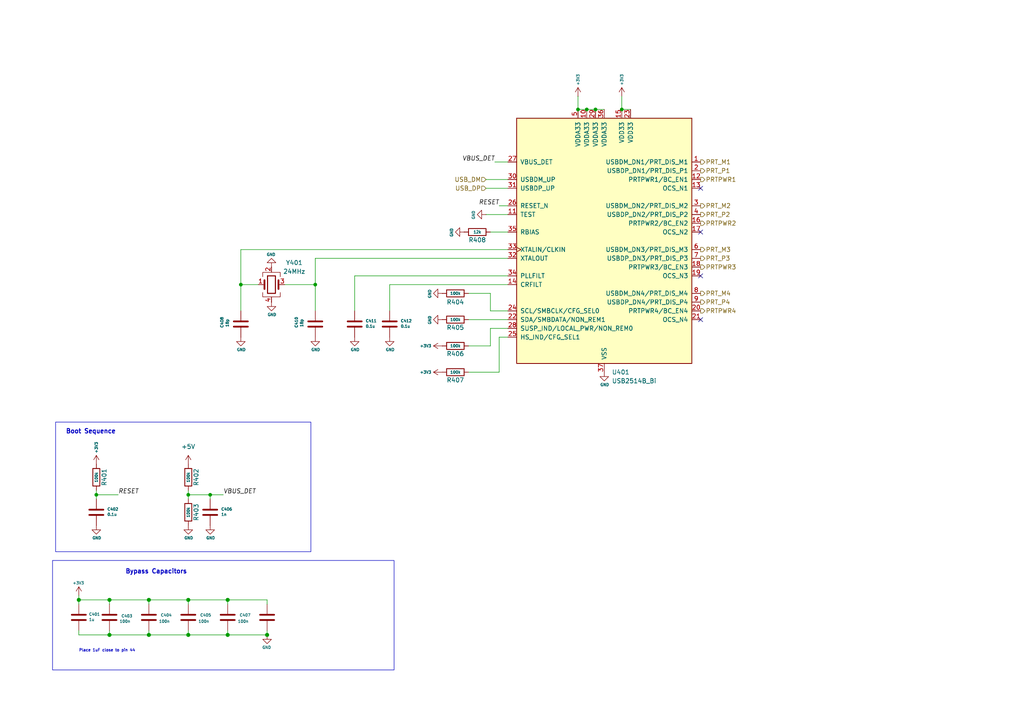
<source format=kicad_sch>
(kicad_sch (version 20231120) (generator "eeschema") (generator_version "8.0")
  (paper "A4")
  (title_block (title "Octoprobe octohub") (date "2024-05-22") (rev "0.1") (company "Hans Märki, Märki Informatik") (comment 1 "The MIT License (MIT)"))
  (lib_symbols
    (symbol "00_project_library:C" (pin_numbers hide) (pin_names (offset 0.254))
      (property "Reference" "C" (at 0.635 2.54 0))
      (property "Value" "C" (at 0.635 -2.54 0))
      (symbol "C_0_1"
        (polyline (pts (xy -2.032 -0.762) (xy 2.032 -0.762)) (stroke (width 0.508)))
        (polyline (pts (xy -2.032 0.762) (xy 2.032 0.762)) (stroke (width 0.508)))
      )
      (symbol "C_1_1"
        (pin passive line (at 0 3.81 270) (length 2.794) (name "~") (number "1"))
        (pin passive line (at 0 -3.81 90) (length 2.794) (name "~") (number "2"))
      )
    )
    (symbol "Device:Crystal_GND24" (pin_names (offset 1.016) hide)
      (property "Reference" "Y" (at 3.175 5.08 0))
      (property "Value" "Crystal_GND24" (at 3.175 3.175 0))
      (symbol "Crystal_GND24_0_1"
        (rectangle (start -1.143 2.54) (end 1.143 -2.54) (stroke (width 0.3048)))
        (polyline (pts (xy -2.54 0) (xy -2.032 0)))
        (polyline (pts (xy -2.032 -1.27) (xy -2.032 1.27)) (stroke (width 0.508)))
        (polyline (pts (xy 0 -3.81) (xy 0 -3.556)))
        (polyline (pts (xy 0 3.556) (xy 0 3.81)))
        (polyline (pts (xy 2.032 -1.27) (xy 2.032 1.27)) (stroke (width 0.508)))
        (polyline (pts (xy 2.032 0) (xy 2.54 0)))
        (polyline (pts (xy -2.54 -2.286) (xy -2.54 -3.556) (xy 2.54 -3.556) (xy 2.54 -2.286)))
        (polyline (pts (xy -2.54 2.286) (xy -2.54 3.556) (xy 2.54 3.556) (xy 2.54 2.286)))
      )
      (symbol "Crystal_GND24_1_1"
        (pin passive line (at -3.81 0 0) (length 1.27) (name "1") (number "1"))
        (pin passive line (at 0 5.08 270) (length 1.27) (name "2") (number "2"))
        (pin passive line (at 3.81 0 180) (length 1.27) (name "3") (number "3"))
        (pin passive line (at 0 -5.08 90) (length 1.27) (name "4") (number "4"))
      )
    )
    (symbol "Device:R" (pin_numbers hide) (pin_names (offset 0))
      (property "Reference" "R" (at 2.032 0 90))
      (property "Value" "R" (at 0 0 90))
      (symbol "R_0_1"
        (rectangle (start -1.016 -2.54) (end 1.016 2.54) (stroke (width 0.254)))
      )
      (symbol "R_1_1"
        (pin passive line (at 0 3.81 270) (length 1.27) (name "~") (number "1"))
        (pin passive line (at 0 -3.81 90) (length 1.27) (name "~") (number "2"))
      )
    )
    (symbol "Interface_USB:USB2514B_Bi" (pin_names (offset 1.016))
      (property "Reference" "U" (at -17.78 40.64 0))
      (property "Value" "USB2514B_Bi" (at -20.32 38.1 0))
      (symbol "USB2514B_Bi_0_1"
        (rectangle (start -25.4 35.56) (end 25.4 -35.56) (stroke (width 0.254)) (fill (type background)))
      )
      (symbol "USB2514B_Bi_1_1"
        (pin bidirectional line (at 27.94 22.86 180) (length 2.54) (name "USBDM_DN1/PRT_DIS_M1") (number "1"))
        (pin power_in line (at -5.08 38.1 270) (length 2.54) (name "VDDA33") (number "10"))
        (pin input line (at -27.94 7.62 0) (length 2.54) (name "TEST") (number "11"))
        (pin bidirectional line (at 27.94 17.78 180) (length 2.54) (name "PRTPWR1/BC_EN1") (number "12"))
        (pin input line (at 27.94 15.24 180) (length 2.54) (name "OCS_N1") (number "13"))
        (pin input line (at -27.94 -12.7 0) (length 2.54) (name "CRFILT") (number "14"))
        (pin power_in line (at 5.08 38.1 270) (length 2.54) (name "VDD33") (number "15"))
        (pin bidirectional line (at 27.94 5.08 180) (length 2.54) (name "PRTPWR2/BC_EN2") (number "16"))
        (pin input line (at 27.94 2.54 180) (length 2.54) (name "OCS_N2") (number "17"))
        (pin bidirectional line (at 27.94 -7.62 180) (length 2.54) (name "PRTPWR3/BC_EN3") (number "18"))
        (pin input line (at 27.94 -10.16 180) (length 2.54) (name "OCS_N3") (number "19"))
        (pin bidirectional line (at 27.94 20.32 180) (length 2.54) (name "USBDP_DN1/PRT_DIS_P1") (number "2"))
        (pin bidirectional line (at 27.94 -20.32 180) (length 2.54) (name "PRTPWR4/BC_EN4") (number "20"))
        (pin input line (at 27.94 -22.86 180) (length 2.54) (name "OCS_N4") (number "21"))
        (pin bidirectional line (at -27.94 -22.86 0) (length 2.54) (name "SDA/SMBDATA/NON_REM1") (number "22"))
        (pin power_in line (at 7.62 38.1 270) (length 2.54) (name "VDD33") (number "23"))
        (pin bidirectional line (at -27.94 -20.32 0) (length 2.54) (name "SCL/SMBCLK/CFG_SEL0") (number "24"))
        (pin bidirectional line (at -27.94 -27.94 0) (length 2.54) (name "HS_IND/CFG_SEL1") (number "25"))
        (pin input line (at -27.94 10.16 0) (length 2.54) (name "RESET_N") (number "26"))
        (pin input line (at -27.94 22.86 0) (length 2.54) (name "VBUS_DET") (number "27"))
        (pin bidirectional line (at -27.94 -25.4 0) (length 2.54) (name "SUSP_IND/LOCAL_PWR/NON_REM0") (number "28"))
        (pin power_in line (at -2.54 38.1 270) (length 2.54) (name "VDDA33") (number "29"))
        (pin bidirectional line (at 27.94 10.16 180) (length 2.54) (name "USBDM_DN2/PRT_DIS_M2") (number "3"))
        (pin bidirectional line (at -27.94 17.78 0) (length 2.54) (name "USBDM_UP") (number "30"))
        (pin bidirectional line (at -27.94 15.24 0) (length 2.54) (name "USBDP_UP") (number "31"))
        (pin output line (at -27.94 -5.08 0) (length 2.54) (name "XTALOUT") (number "32"))
        (pin input clock (at -27.94 -2.54 0) (length 2.54) (name "XTALIN/CLKIN") (number "33"))
        (pin input line (at -27.94 -10.16 0) (length 2.54) (name "PLLFILT") (number "34"))
        (pin input line (at -27.94 2.54 0) (length 2.54) (name "RBIAS") (number "35"))
        (pin power_in line (at 0 38.1 270) (length 2.54) (name "VDDA33") (number "36"))
        (pin power_in line (at 0 -38.1 90) (length 2.54) (name "VSS") (number "37"))
        (pin bidirectional line (at 27.94 7.62 180) (length 2.54) (name "USBDP_DN2/PRT_DIS_P2") (number "4"))
        (pin power_in line (at -7.62 38.1 270) (length 2.54) (name "VDDA33") (number "5"))
        (pin bidirectional line (at 27.94 -2.54 180) (length 2.54) (name "USBDM_DN3/PRT_DIS_M3") (number "6"))
        (pin bidirectional line (at 27.94 -5.08 180) (length 2.54) (name "USBDP_DN3/PRT_DIS_P3") (number "7"))
        (pin bidirectional line (at 27.94 -15.24 180) (length 2.54) (name "USBDM_DN4/PRT_DIS_M4") (number "8"))
        (pin bidirectional line (at 27.94 -17.78 180) (length 2.54) (name "USBDP_DN4/PRT_DIS_P4") (number "9"))
      )
    )
    (symbol "power:+3V3" (power) (pin_numbers hide) (pin_names (offset 0) hide)
      (property "Value" "+3V3" (at 0 3.556 0))
      (symbol "+3V3_0_1"
        (polyline (pts (xy -0.762 1.27) (xy 0 2.54)))
        (polyline (pts (xy 0 0) (xy 0 2.54)))
        (polyline (pts (xy 0 2.54) (xy 0.762 1.27)))
      )
      (symbol "+3V3_1_1"
        (pin power_in line (at 0 0 90) (length 0) (name "~") (number "1"))
      )
    )
    (symbol "power:+5V" (power) (pin_numbers hide) (pin_names (offset 0) hide)
      (property "Value" "+5V" (at 0 3.556 0))
      (symbol "+5V_0_1"
        (polyline (pts (xy -0.762 1.27) (xy 0 2.54)))
        (polyline (pts (xy 0 0) (xy 0 2.54)))
        (polyline (pts (xy 0 2.54) (xy 0.762 1.27)))
      )
      (symbol "+5V_1_1"
        (pin power_in line (at 0 0 90) (length 0) (name "~") (number "1"))
      )
    )
    (symbol "power:GND" (power) (pin_numbers hide) (pin_names (offset 0) hide)
      (property "Value" "GND" (at 0 -3.81 0))
      (symbol "GND_0_1"
        (polyline (pts (xy 0 0) (xy 0 -1.27) (xy 1.27 -1.27) (xy 0 -2.54) (xy -1.27 -1.27) (xy 0 -1.27)))
      )
      (symbol "GND_1_1"
        (pin power_in line (at 0 0 270) (length 0) (name "~") (number "1"))
      )
    )
  )
  (junction (at 77.47 184.15) (diameter 1.016))
  (junction (at 69.85 82.55))
  (junction (at 54.61 173.99) (diameter 1.016))
  (junction (at 91.44 82.55))
  (junction (at 27.94 143.51))
  (junction (at 22.86 173.99) (diameter 1.016))
  (junction (at 43.18 173.99) (diameter 1.016))
  (junction (at 170.18 31.75))
  (junction (at 60.96 143.51))
  (junction (at 66.04 184.15) (diameter 1.016))
  (junction (at 167.64 31.75))
  (junction (at 31.75 173.99) (diameter 1.016))
  (junction (at 66.04 173.99) (diameter 1.016))
  (junction (at 43.18 184.15) (diameter 1.016))
  (junction (at 180.34 31.75))
  (junction (at 172.72 31.75))
  (junction (at 54.61 184.15) (diameter 1.016))
  (junction (at 54.61 143.51))
  (junction (at 31.75 184.15) (diameter 1.016))
  (no_connect (at 203.2 92.71))
  (no_connect (at 203.2 54.61))
  (no_connect (at 203.2 67.31))
  (no_connect (at 203.2 80.01))
  (wire (pts (xy 43.18 175.26) (xy 43.18 173.99)))
  (wire (pts (xy 144.78 107.95) (xy 144.78 97.79)))
  (wire (pts (xy 66.04 184.15) (xy 54.61 184.15)))
  (wire (pts (xy 31.75 175.26) (xy 31.75 173.99)))
  (wire (pts (xy 60.96 143.51) (xy 60.96 144.78)))
  (wire (pts (xy 82.55 82.55) (xy 91.44 82.55)))
  (wire (pts (xy 22.86 182.88) (xy 22.86 184.15)))
  (wire (pts (xy 22.86 173.99) (xy 22.86 175.26)))
  (wire (pts (xy 170.18 31.75) (xy 172.72 31.75)))
  (wire (pts (xy 54.61 175.26) (xy 54.61 173.99)))
  (wire (pts (xy 142.24 85.09) (xy 142.24 90.17)))
  (wire (pts (xy 31.75 182.88) (xy 31.75 184.15)))
  (wire (pts (xy 144.78 97.79) (xy 147.32 97.79)))
  (wire (pts (xy 140.97 54.61) (xy 147.32 54.61)))
  (wire (pts (xy 64.77 143.51) (xy 60.96 143.51)))
  (wire (pts (xy 66.04 173.99) (xy 77.47 173.99)))
  (wire (pts (xy 135.89 92.71) (xy 147.32 92.71)))
  (wire (pts (xy 140.97 52.07) (xy 147.32 52.07)))
  (wire (pts (xy 69.85 72.39) (xy 147.32 72.39)))
  (wire (pts (xy 167.64 27.94) (xy 167.64 31.75)))
  (wire (pts (xy 77.47 182.88) (xy 77.47 184.15)))
  (wire (pts (xy 27.94 143.51) (xy 27.94 144.78)))
  (wire (pts (xy 180.34 27.94) (xy 180.34 31.75)))
  (wire (pts (xy 66.04 175.26) (xy 66.04 173.99)))
  (wire (pts (xy 22.86 184.15) (xy 31.75 184.15)))
  (wire (pts (xy 142.24 95.25) (xy 142.24 100.33)))
  (wire (pts (xy 102.87 80.01) (xy 147.32 80.01)))
  (wire (pts (xy 144.78 107.95) (xy 135.89 107.95)))
  (wire (pts (xy 91.44 74.93) (xy 147.32 74.93)))
  (wire (pts (xy 74.93 82.55) (xy 69.85 82.55)))
  (wire (pts (xy 31.75 173.99) (xy 43.18 173.99)))
  (wire (pts (xy 54.61 143.51) (xy 60.96 143.51)))
  (wire (pts (xy 142.24 100.33) (xy 135.89 100.33)))
  (wire (pts (xy 180.34 31.75) (xy 182.88 31.75)))
  (wire (pts (xy 172.72 31.75) (xy 175.26 31.75)))
  (wire (pts (xy 142.24 67.31) (xy 147.32 67.31)))
  (wire (pts (xy 102.87 80.01) (xy 102.87 90.17)))
  (wire (pts (xy 113.03 82.55) (xy 113.03 90.17)))
  (wire (pts (xy 167.64 31.75) (xy 170.18 31.75)))
  (wire (pts (xy 69.85 72.39) (xy 69.85 82.55)))
  (wire (pts (xy 135.89 85.09) (xy 142.24 85.09)))
  (wire (pts (xy 54.61 184.15) (xy 43.18 184.15)))
  (wire (pts (xy 140.97 62.23) (xy 147.32 62.23)))
  (wire (pts (xy 27.94 142.24) (xy 27.94 143.51)))
  (wire (pts (xy 43.18 173.99) (xy 54.61 173.99)))
  (wire (pts (xy 69.85 90.17) (xy 69.85 82.55)))
  (wire (pts (xy 77.47 184.15) (xy 66.04 184.15)))
  (wire (pts (xy 144.78 59.69) (xy 147.32 59.69)))
  (wire (pts (xy 22.86 173.99) (xy 31.75 173.99)))
  (wire (pts (xy 91.44 90.17) (xy 91.44 82.55)))
  (wire (pts (xy 27.94 143.51) (xy 34.29 143.51)))
  (wire (pts (xy 22.86 172.72) (xy 22.86 173.99)))
  (wire (pts (xy 77.47 175.26) (xy 77.47 173.99)))
  (wire (pts (xy 91.44 74.93) (xy 91.44 82.55)))
  (wire (pts (xy 43.18 184.15) (xy 31.75 184.15)))
  (wire (pts (xy 54.61 182.88) (xy 54.61 184.15)))
  (wire (pts (xy 143.51 46.99) (xy 147.32 46.99)))
  (wire (pts (xy 66.04 182.88) (xy 66.04 184.15)))
  (wire (pts (xy 54.61 173.99) (xy 66.04 173.99)))
  (wire (pts (xy 54.61 142.24) (xy 54.61 143.51)))
  (wire (pts (xy 54.61 143.51) (xy 54.61 144.78)))
  (wire (pts (xy 113.03 82.55) (xy 147.32 82.55)))
  (wire (pts (xy 43.18 182.88) (xy 43.18 184.15)))
  (wire (pts (xy 142.24 95.25) (xy 147.32 95.25)))
  (wire (pts (xy 142.24 90.17) (xy 147.32 90.17)))
  (rectangle (start 15.24 162.56) (end 114.3 194.31))
  (rectangle (start 16.129 122.428) (end 90.17 160.02))
  (text "Place 1uF close to pin 44" (at 22.86 189.23 0) (effects (font (size 0.8 0.8)) (justify left bottom)))
  (text "Bypass Capacitors" (at 36.322 166.624 0) (effects (font (size 1.27 1.27) (thickness 0.254) (bold yes)) (justify left bottom)))
  (text "Boot Sequence" (at 19.05 125.984 0) (effects (font (size 1.27 1.27) (thickness 0.254) (bold yes)) (justify left bottom)))
  (label "VBUS_DET" (at 64.77 143.51 0) (effects (font (italic yes))))
  (label "RESET" (at 144.78 59.69 180) (effects (font (italic yes))))
  (label "VBUS_DET" (at 143.51 46.99 180) (effects (font (italic yes))))
  (label "RESET" (at 34.29 143.51 0) (effects (font (italic yes))))
  (hierarchical_label "PRT_M1" (shape output) (at 203.2 46.99 0))
  (hierarchical_label "USB_DP" (shape input) (at 140.97 54.61 180))
  (hierarchical_label "PRT_M4" (shape output) (at 203.2 85.09 0))
  (hierarchical_label "USB_DM" (shape input) (at 140.97 52.07 180))
  (hierarchical_label "PRTPWR1" (shape output) (at 203.2 52.07 0))
  (hierarchical_label "PRTPWR3" (shape output) (at 203.2 77.47 0))
  (hierarchical_label "PRT_P2" (shape output) (at 203.2 62.23 0))
  (hierarchical_label "PRT_P1" (shape output) (at 203.2 49.53 0))
  (hierarchical_label "PRT_P3" (shape output) (at 203.2 74.93 0))
  (hierarchical_label "PRTPWR4" (shape output) (at 203.2 90.17 0))
  (hierarchical_label "PRT_M2" (shape output) (at 203.2 59.69 0))
  (hierarchical_label "PRT_P4" (shape output) (at 203.2 87.63 0))
  (hierarchical_label "PRTPWR2" (shape output) (at 203.2 64.77 0))
  (hierarchical_label "PRT_M3" (shape output) (at 203.2 72.39 0))
  (symbol (lib_id "power:GND") (at 78.74 77.47 180) (unit 1)
    (property "Reference" "#PWR0409" (effects (hide yes)))
    (property "Value" "GND" (at 78.613 73.8378 0) (effects (font (size 0.8 0.8))))
    (property "Description" "Power symbol creates a global label with name \"GND\" , ground" (effects (hide yes)))
    (instances (project "pcb_octohub" (path "" (reference "#PWR0409") (unit 1)) (path "" (reference "#PWR0209") (unit 1)) (path "" (reference "#PWR01009") (unit 1)) (path "" (reference "#PWR01609") (unit 1)) (path "" (reference "#PWR02209") (unit 1))))
  )
  (symbol (lib_id "power:GND") (at 77.47 184.15 0) (unit 1)
    (property "Reference" "#PWR0408" (effects (hide yes)))
    (property "Value" "GND" (at 77.343 187.7822 0) (effects (font (size 0.8 0.8))))
    (property "Description" "Power symbol creates a global label with name \"GND\" , ground" (effects (hide yes)))
    (instances (project "pcb_octohub" (path "" (reference "#PWR0408") (unit 1)) (path "" (reference "#PWR0208") (unit 1)) (path "" (reference "#PWR01008") (unit 1)) (path "" (reference "#PWR01608") (unit 1)) (path "" (reference "#PWR02208") (unit 1))))
  )
  (symbol (lib_id "00_project_library:C") (at 22.86 179.07 0) (unit 1)
    (property "Reference" "C401" (at 25.781 178.1556 0) (effects (font (size 0.8 0.8)) (justify left)))
    (property "Value" "1u" (at 25.781 179.705 0) (effects (font (size 0.8 0.8)) (justify left)))
    (property "Footprint" "Capacitor_SMD:C_0402_1005Metric_Pad0.74x0.62mm_HandSolder" (effects (hide yes)))
    (instances (project "pcb_octohub" (path "" (reference "C401") (unit 1)) (path "" (reference "C201") (unit 1)) (path "" (reference "C1001") (unit 1)) (path "" (reference "C1601") (unit 1)) (path "" (reference "C2201") (unit 1))))
  )
  (symbol (lib_id "00_project_library:C") (at 60.96 148.59 0) (unit 1)
    (property "Reference" "C406" (at 64.135 147.6756 0) (effects (font (size 0.8 0.8)) (justify left)))
    (property "Value" "1n" (at 64.135 149.225 0) (effects (font (size 0.8 0.8)) (justify left)))
    (property "Footprint" "Capacitor_SMD:C_0603_1608Metric" (effects (hide yes)))
    (instances (project "pcb_octohub" (path "" (reference "C406") (unit 1)) (path "" (reference "C206") (unit 1)) (path "" (reference "C1006") (unit 1)) (path "" (reference "C1606") (unit 1)) (path "" (reference "C2206") (unit 1))))
  )
  (symbol (lib_id "power:+3V3") (at 27.94 134.62 0) (unit 1)
    (property "Reference" "#PWR0402" (effects (hide yes)))
    (property "Value" "+3V3" (at 27.94 129.794 90) (effects (font (size 0.8 0.8))))
    (property "Description" "Power symbol creates a global label with name \"+3V3\"" (effects (hide yes)))
    (instances (project "pcb_octohub" (path "" (reference "#PWR0402") (unit 1)) (path "" (reference "#PWR0202") (unit 1)) (path "" (reference "#PWR01002") (unit 1)) (path "" (reference "#PWR01602") (unit 1)) (path "" (reference "#PWR02202") (unit 1))))
  )
  (symbol (lib_id "Device:Crystal_GND24") (at 78.74 82.55 0) (unit 1)
    (property "Reference" "Y401" (at 85.344 76.2 0))
    (property "Value" "24MHz" (at 85.344 78.74 0))
    (property "Footprint" "Crystal:Crystal_SMD_3225-4Pin_3.2x2.5mm" (effects (hide yes)))
    (property "Datasheet" "https://wmsc.lcsc.com/wmsc/upload/file/pdf/v2/lcsc/2403291504_YXC-X322524MOB4SI_C70590.pdf" (effects (hide yes)))
    (property "Description" "Four pin crystal, GND on pins 2 and 4" (effects (hide yes)))
    (property "JLC" "C70590" (effects (hide yes)))
    (instances (project "pcb_octohub" (path "" (reference "Y401") (unit 1)) (path "" (reference "Y201") (unit 1)) (path "" (reference "Y1001") (unit 1)) (path "" (reference "Y1601") (unit 1)) (path "" (reference "Y2201") (unit 1))))
  )
  (symbol (lib_id "Interface_USB:USB2514B_Bi") (at 175.26 69.85 0) (unit 1)
    (property "Reference" "U401" (at 177.4541 107.95 0) (effects (justify left)))
    (property "Value" "USB2514B_Bi" (at 177.4541 110.49 0) (effects (justify left)))
    (property "Footprint" "Package_DFN_QFN:Texas_RHH0036C_VQFN-36-1EP_6x6mm_P0.5mm_EP4.4x4.4mm_ThermalVias" (effects (hide yes)))
    (property "Datasheet" "http://ww1.microchip.com/downloads/en/DeviceDoc/00001692C.pdf" (effects (hide yes)))
    (property "Description" "USB 2.0 Hi-Speed Hub Controller" (effects (hide yes)))
    (property "JLC" "C16251" (effects (hide yes)))
    (instances (project "pcb_octohub" (path "" (reference "U401") (unit 1)) (path "" (reference "U201") (unit 1)) (path "" (reference "U1001") (unit 1)) (path "" (reference "U1601") (unit 1)) (path "" (reference "U2201") (unit 1))))
  )
  (symbol (lib_id "Device:R") (at 54.61 138.43 180) (unit 1)
    (property "Reference" "R402" (at 56.896 138.43 90))
    (property "Value" "100k" (at 54.61 138.43 90) (effects (font (size 0.8 0.8))))
    (property "Footprint" "Resistor_SMD:R_0402_1005Metric_Pad0.72x0.64mm_HandSolder" (effects (hide yes)))
    (instances (project "pcb_octohub" (path "" (reference "R402") (unit 1)) (path "" (reference "R202") (unit 1)) (path "" (reference "R1002") (unit 1)) (path "" (reference "R1602") (unit 1)) (path "" (reference "R2202") (unit 1))))
  )
  (symbol (lib_id "00_project_library:C") (at 54.61 179.07 0) (unit 1)
    (property "Reference" "C405" (at 58.039 178.4096 0) (effects (font (size 0.8 0.8)) (justify left)))
    (property "Value" "100n" (at 57.531 180.213 0) (effects (font (size 0.8 0.8)) (justify left)))
    (property "Footprint" "Capacitor_SMD:C_0402_1005Metric_Pad0.74x0.62mm_HandSolder" (effects (hide yes)))
    (instances (project "pcb_octohub" (path "" (reference "C405") (unit 1)) (path "" (reference "C205") (unit 1)) (path "" (reference "C1005") (unit 1)) (path "" (reference "C1605") (unit 1)) (path "" (reference "C2205") (unit 1))))
  )
  (symbol (lib_id "power:GND") (at 128.27 85.09 270) (unit 1)
    (property "Reference" "#PWR0414" (effects (hide yes)))
    (property "Value" "GND" (at 124.6378 85.217 0) (effects (font (size 0.8 0.8))))
    (property "Description" "Power symbol creates a global label with name \"GND\" , ground" (effects (hide yes)))
    (instances (project "pcb_octohub" (path "" (reference "#PWR0414") (unit 1)) (path "" (reference "#PWR0214") (unit 1)) (path "" (reference "#PWR01014") (unit 1)) (path "" (reference "#PWR01614") (unit 1)) (path "" (reference "#PWR02214") (unit 1))))
  )
  (symbol (lib_id "power:GND") (at 27.94 152.4 0) (unit 1)
    (property "Reference" "#PWR0403" (effects (hide yes)))
    (property "Value" "GND" (at 28.067 156.0322 0) (effects (font (size 0.8 0.8))))
    (property "Description" "Power symbol creates a global label with name \"GND\" , ground" (effects (hide yes)))
    (instances (project "pcb_octohub" (path "" (reference "#PWR0403") (unit 1)) (path "" (reference "#PWR0203") (unit 1)) (path "" (reference "#PWR01003") (unit 1)) (path "" (reference "#PWR01603") (unit 1)) (path "" (reference "#PWR02203") (unit 1))))
  )
  (symbol (lib_id "power:GND") (at 69.85 97.79 0) (unit 1)
    (property "Reference" "#PWR0407" (effects (hide yes)))
    (property "Value" "GND" (at 69.977 101.4222 0) (effects (font (size 0.8 0.8))))
    (property "Description" "Power symbol creates a global label with name \"GND\" , ground" (effects (hide yes)))
    (instances (project "pcb_octohub" (path "" (reference "#PWR0407") (unit 1)) (path "" (reference "#PWR0207") (unit 1)) (path "" (reference "#PWR01007") (unit 1)) (path "" (reference "#PWR01607") (unit 1)) (path "" (reference "#PWR02207") (unit 1))))
  )
  (symbol (lib_id "power:+3V3") (at 128.27 107.95 90) (unit 1)
    (property "Reference" "#PWR0417" (effects (hide yes)))
    (property "Value" "+3V3" (at 123.444 107.95 90) (effects (font (size 0.8 0.8))))
    (property "Description" "Power symbol creates a global label with name \"+3V3\"" (effects (hide yes)))
    (instances (project "pcb_octohub" (path "" (reference "#PWR0417") (unit 1)) (path "" (reference "#PWR0217") (unit 1)) (path "" (reference "#PWR01017") (unit 1)) (path "" (reference "#PWR01617") (unit 1)) (path "" (reference "#PWR02217") (unit 1))))
  )
  (symbol (lib_id "Device:R") (at 132.08 107.95 90) (unit 1)
    (property "Reference" "R407" (at 132.08 110.236 90))
    (property "Value" "100k" (at 132.08 107.95 90) (effects (font (size 0.8 0.8))))
    (property "Footprint" "Resistor_SMD:R_0402_1005Metric_Pad0.72x0.64mm_HandSolder" (effects (hide yes)))
    (instances (project "pcb_octohub" (path "" (reference "R407") (unit 1)) (path "" (reference "R207") (unit 1)) (path "" (reference "R1007") (unit 1)) (path "" (reference "R1607") (unit 1)) (path "" (reference "R2207") (unit 1))))
  )
  (symbol (lib_id "00_project_library:C") (at 66.04 179.07 0) (unit 1)
    (property "Reference" "C407" (at 69.469 178.4096 0) (effects (font (size 0.8 0.8)) (justify left)))
    (property "Value" "100n" (at 68.961 180.213 0) (effects (font (size 0.8 0.8)) (justify left)))
    (property "Footprint" "Capacitor_SMD:C_0402_1005Metric_Pad0.74x0.62mm_HandSolder" (effects (hide yes)))
    (instances (project "pcb_octohub" (path "" (reference "C407") (unit 1)) (path "" (reference "C207") (unit 1)) (path "" (reference "C1007") (unit 1)) (path "" (reference "C1607") (unit 1)) (path "" (reference "C2207") (unit 1))))
  )
  (symbol (lib_id "00_project_library:C") (at 27.94 148.59 0) (unit 1)
    (property "Reference" "C402" (at 31.115 147.6756 0) (effects (font (size 0.8 0.8)) (justify left)))
    (property "Value" "0.1u" (at 31.115 149.225 0) (effects (font (size 0.8 0.8)) (justify left)))
    (property "Footprint" "Capacitor_SMD:C_0603_1608Metric" (effects (hide yes)))
    (instances (project "pcb_octohub" (path "" (reference "C402") (unit 1)) (path "" (reference "C202") (unit 1)) (path "" (reference "C1002") (unit 1)) (path "" (reference "C1602") (unit 1)) (path "" (reference "C2202") (unit 1))))
  )
  (symbol (lib_id "Device:R") (at 54.61 148.59 180) (unit 1)
    (property "Reference" "R403" (at 56.896 148.59 90))
    (property "Value" "100k" (at 54.61 148.59 90) (effects (font (size 0.8 0.8))))
    (property "Footprint" "Resistor_SMD:R_0402_1005Metric_Pad0.72x0.64mm_HandSolder" (effects (hide yes)))
    (instances (project "pcb_octohub" (path "" (reference "R403") (unit 1)) (path "" (reference "R203") (unit 1)) (path "" (reference "R1003") (unit 1)) (path "" (reference "R1603") (unit 1)) (path "" (reference "R2203") (unit 1))))
  )
  (symbol (lib_id "power:+3V3") (at 22.86 172.72 0) (unit 1)
    (property "Reference" "#PWR0401" (effects (hide yes)))
    (property "Value" "+3V3" (at 22.733 169.0878 0) (effects (font (size 0.8 0.8))))
    (property "Description" "Power symbol creates a global label with name \"+3V3\"" (effects (hide yes)))
    (instances (project "pcb_octohub" (path "" (reference "#PWR0401") (unit 1)) (path "" (reference "#PWR0201") (unit 1)) (path "" (reference "#PWR01001") (unit 1)) (path "" (reference "#PWR01601") (unit 1)) (path "" (reference "#PWR02201") (unit 1))))
  )
  (symbol (lib_id "Device:R") (at 132.08 85.09 90) (unit 1)
    (property "Reference" "R404" (at 132.08 87.63 90))
    (property "Value" "100k" (at 132.08 85.09 90) (effects (font (size 0.8 0.8))))
    (property "Footprint" "Resistor_SMD:R_0402_1005Metric_Pad0.72x0.64mm_HandSolder" (effects (hide yes)))
    (instances (project "pcb_octohub" (path "" (reference "R404") (unit 1)) (path "" (reference "R204") (unit 1)) (path "" (reference "R1004") (unit 1)) (path "" (reference "R1604") (unit 1)) (path "" (reference "R2204") (unit 1))))
  )
  (symbol (lib_id "power:GND") (at 140.97 62.23 270) (unit 1)
    (property "Reference" "#PWR0419" (effects (hide yes)))
    (property "Value" "GND" (at 137.3378 62.357 0) (effects (font (size 0.8 0.8))))
    (property "Description" "Power symbol creates a global label with name \"GND\" , ground" (effects (hide yes)))
    (instances (project "pcb_octohub" (path "" (reference "#PWR0419") (unit 1)) (path "" (reference "#PWR0219") (unit 1)) (path "" (reference "#PWR01019") (unit 1)) (path "" (reference "#PWR01619") (unit 1)) (path "" (reference "#PWR02219") (unit 1))))
  )
  (symbol (lib_id "Device:R") (at 132.08 100.33 90) (unit 1)
    (property "Reference" "R406" (at 132.08 102.616 90))
    (property "Value" "100k" (at 132.08 100.33 90) (effects (font (size 0.8 0.8))))
    (property "Footprint" "Resistor_SMD:R_0402_1005Metric_Pad0.72x0.64mm_HandSolder" (effects (hide yes)))
    (instances (project "pcb_octohub" (path "" (reference "R406") (unit 1)) (path "" (reference "R206") (unit 1)) (path "" (reference "R1006") (unit 1)) (path "" (reference "R1606") (unit 1)) (path "" (reference "R2206") (unit 1))))
  )
  (symbol (lib_id "power:GND") (at 175.26 107.95 0) (unit 1)
    (property "Reference" "#PWR0421" (effects (hide yes)))
    (property "Value" "GND" (at 175.387 111.5822 0) (effects (font (size 0.8 0.8))))
    (property "Description" "Power symbol creates a global label with name \"GND\" , ground" (effects (hide yes)))
    (instances (project "pcb_octohub" (path "" (reference "#PWR0421") (unit 1)) (path "" (reference "#PWR0221") (unit 1)) (path "" (reference "#PWR01021") (unit 1)) (path "" (reference "#PWR01621") (unit 1)) (path "" (reference "#PWR02221") (unit 1))))
  )
  (symbol (lib_id "00_project_library:C") (at 31.75 179.07 0) (unit 1)
    (property "Reference" "C403" (at 35.179 178.6636 0) (effects (font (size 0.8 0.8)) (justify left)))
    (property "Value" "100n" (at 34.671 180.213 0) (effects (font (size 0.8 0.8)) (justify left)))
    (property "Footprint" "Capacitor_SMD:C_0402_1005Metric_Pad0.74x0.62mm_HandSolder" (effects (hide yes)))
    (instances (project "pcb_octohub" (path "" (reference "C403") (unit 1)) (path "" (reference "C203") (unit 1)) (path "" (reference "C1003") (unit 1)) (path "" (reference "C1603") (unit 1)) (path "" (reference "C2203") (unit 1))))
  )
  (symbol (lib_id "power:GND") (at 113.03 97.79 0) (unit 1)
    (property "Reference" "#PWR0413" (effects (hide yes)))
    (property "Value" "GND" (at 113.157 101.4222 0) (effects (font (size 0.8 0.8))))
    (property "Description" "Power symbol creates a global label with name \"GND\" , ground" (effects (hide yes)))
    (instances (project "pcb_octohub" (path "" (reference "#PWR0413") (unit 1)) (path "" (reference "#PWR0213") (unit 1)) (path "" (reference "#PWR01013") (unit 1)) (path "" (reference "#PWR01613") (unit 1)) (path "" (reference "#PWR02213") (unit 1))))
  )
  (symbol (lib_id "00_project_library:C") (at 77.47 179.07 0) (unit 1)
    (property "Reference" "C409" (effects (hide yes)))
    (property "Value" "100n" (effects (hide yes)))
    (property "Footprint" "Capacitor_SMD:C_0402_1005Metric_Pad0.74x0.62mm_HandSolder" (effects (hide yes)))
    (instances (project "pcb_octohub" (path "" (reference "C409") (unit 1)) (path "" (reference "C209") (unit 1)) (path "" (reference "C1009") (unit 1)) (path "" (reference "C1609") (unit 1)) (path "" (reference "C2209") (unit 1))))
  )
  (symbol (lib_id "power:GND") (at 91.44 97.79 0) (unit 1)
    (property "Reference" "#PWR0411" (effects (hide yes)))
    (property "Value" "GND" (at 91.567 101.4222 0) (effects (font (size 0.8 0.8))))
    (property "Description" "Power symbol creates a global label with name \"GND\" , ground" (effects (hide yes)))
    (instances (project "pcb_octohub" (path "" (reference "#PWR0411") (unit 1)) (path "" (reference "#PWR0211") (unit 1)) (path "" (reference "#PWR01011") (unit 1)) (path "" (reference "#PWR01611") (unit 1)) (path "" (reference "#PWR02211") (unit 1))))
  )
  (symbol (lib_id "power:GND") (at 60.96 152.4 0) (unit 1)
    (property "Reference" "#PWR0406" (effects (hide yes)))
    (property "Value" "GND" (at 61.087 156.0322 0) (effects (font (size 0.8 0.8))))
    (property "Description" "Power symbol creates a global label with name \"GND\" , ground" (effects (hide yes)))
    (instances (project "pcb_octohub" (path "" (reference "#PWR0406") (unit 1)) (path "" (reference "#PWR0206") (unit 1)) (path "" (reference "#PWR01006") (unit 1)) (path "" (reference "#PWR01606") (unit 1)) (path "" (reference "#PWR02206") (unit 1))))
  )
  (symbol (lib_id "Device:R") (at 132.08 92.71 90) (unit 1)
    (property "Reference" "R405" (at 132.08 94.996 90))
    (property "Value" "100k" (at 132.08 92.71 90) (effects (font (size 0.8 0.8))))
    (property "Footprint" "Resistor_SMD:R_0402_1005Metric_Pad0.72x0.64mm_HandSolder" (effects (hide yes)))
    (instances (project "pcb_octohub" (path "" (reference "R405") (unit 1)) (path "" (reference "R205") (unit 1)) (path "" (reference "R1005") (unit 1)) (path "" (reference "R1605") (unit 1)) (path "" (reference "R2205") (unit 1))))
  )
  (symbol (lib_id "00_project_library:C") (at 43.18 179.07 0) (unit 1)
    (property "Reference" "C404" (at 46.609 178.4096 0) (effects (font (size 0.8 0.8)) (justify left)))
    (property "Value" "100n" (at 46.101 180.213 0) (effects (font (size 0.8 0.8)) (justify left)))
    (property "Footprint" "Capacitor_SMD:C_0402_1005Metric_Pad0.74x0.62mm_HandSolder" (effects (hide yes)))
    (instances (project "pcb_octohub" (path "" (reference "C404") (unit 1)) (path "" (reference "C204") (unit 1)) (path "" (reference "C1004") (unit 1)) (path "" (reference "C1604") (unit 1)) (path "" (reference "C2204") (unit 1))))
  )
  (symbol (lib_id "00_project_library:C") (at 102.87 93.98 0) (unit 1)
    (property "Reference" "C411" (at 106.045 93.0656 0) (effects (font (size 0.8 0.8)) (justify left)))
    (property "Value" "0.1u" (at 106.045 94.615 0) (effects (font (size 0.8 0.8)) (justify left)))
    (property "Footprint" "Capacitor_SMD:C_0603_1608Metric" (effects (hide yes)))
    (instances (project "pcb_octohub" (path "" (reference "C411") (unit 1)) (path "" (reference "C211") (unit 1)) (path "" (reference "C1011") (unit 1)) (path "" (reference "C1611") (unit 1)) (path "" (reference "C2211") (unit 1))))
  )
  (symbol (lib_id "power:GND") (at 54.61 152.4 0) (unit 1)
    (property "Reference" "#PWR0405" (effects (hide yes)))
    (property "Value" "GND" (at 54.737 156.0322 0) (effects (font (size 0.8 0.8))))
    (property "Description" "Power symbol creates a global label with name \"GND\" , ground" (effects (hide yes)))
    (instances (project "pcb_octohub" (path "" (reference "#PWR0405") (unit 1)) (path "" (reference "#PWR0205") (unit 1)) (path "" (reference "#PWR01005") (unit 1)) (path "" (reference "#PWR01605") (unit 1)) (path "" (reference "#PWR02205") (unit 1))))
  )
  (symbol (lib_id "power:GND") (at 78.74 87.63 0) (unit 1)
    (property "Reference" "#PWR0410" (effects (hide yes)))
    (property "Value" "GND" (at 78.867 91.2622 0) (effects (font (size 0.8 0.8))))
    (property "Description" "Power symbol creates a global label with name \"GND\" , ground" (effects (hide yes)))
    (instances (project "pcb_octohub" (path "" (reference "#PWR0410") (unit 1)) (path "" (reference "#PWR0210") (unit 1)) (path "" (reference "#PWR01010") (unit 1)) (path "" (reference "#PWR01610") (unit 1)) (path "" (reference "#PWR02210") (unit 1))))
  )
  (symbol (lib_id "power:+3V3") (at 167.64 27.94 0) (unit 1)
    (property "Reference" "#PWR0420" (effects (hide yes)))
    (property "Value" "+3V3" (at 167.64 23.114 90) (effects (font (size 0.8 0.8))))
    (property "Description" "Power symbol creates a global label with name \"+3V3\"" (effects (hide yes)))
    (instances (project "pcb_octohub" (path "" (reference "#PWR0420") (unit 1)) (path "" (reference "#PWR0220") (unit 1)) (path "" (reference "#PWR01020") (unit 1)) (path "" (reference "#PWR01620") (unit 1)) (path "" (reference "#PWR02220") (unit 1))))
  )
  (symbol (lib_id "00_project_library:C") (at 91.44 93.98 0) (unit 1)
    (property "Reference" "C410" (at 85.979 95.0976 90) (effects (font (size 0.8 0.8)) (justify left)))
    (property "Value" "18p" (at 87.503 94.869 90) (effects (font (size 0.8 0.8)) (justify left)))
    (property "Footprint" "Capacitor_SMD:C_0805_2012Metric" (effects (hide yes)))
    (property "Datasheet" "https://wmsc.lcsc.com/wmsc/upload/file/pdf/v2/lcsc/2304140030_FH--Guangdong-Fenghua-Advanced-Tech-0805CG180J500NT_C1797.pdf" (effects (hide yes)))
    (property "JLC" "C1797" (effects (hide yes)))
    (instances (project "pcb_octohub" (path "" (reference "C410") (unit 1)) (path "" (reference "C210") (unit 1)) (path "" (reference "C1010") (unit 1)) (path "" (reference "C1610") (unit 1)) (path "" (reference "C2210") (unit 1))))
  )
  (symbol (lib_id "power:GND") (at 102.87 97.79 0) (unit 1)
    (property "Reference" "#PWR0412" (effects (hide yes)))
    (property "Value" "GND" (at 102.997 101.4222 0) (effects (font (size 0.8 0.8))))
    (property "Description" "Power symbol creates a global label with name \"GND\" , ground" (effects (hide yes)))
    (instances (project "pcb_octohub" (path "" (reference "#PWR0412") (unit 1)) (path "" (reference "#PWR0212") (unit 1)) (path "" (reference "#PWR01012") (unit 1)) (path "" (reference "#PWR01612") (unit 1)) (path "" (reference "#PWR02212") (unit 1))))
  )
  (symbol (lib_id "power:GND") (at 128.27 92.71 270) (unit 1)
    (property "Reference" "#PWR0415" (effects (hide yes)))
    (property "Value" "GND" (at 124.6378 92.837 0) (effects (font (size 0.8 0.8))))
    (property "Description" "Power symbol creates a global label with name \"GND\" , ground" (effects (hide yes)))
    (instances (project "pcb_octohub" (path "" (reference "#PWR0415") (unit 1)) (path "" (reference "#PWR0215") (unit 1)) (path "" (reference "#PWR01015") (unit 1)) (path "" (reference "#PWR01615") (unit 1)) (path "" (reference "#PWR02215") (unit 1))))
  )
  (symbol (lib_id "power:+3V3") (at 128.27 100.33 90) (unit 1)
    (property "Reference" "#PWR0416" (effects (hide yes)))
    (property "Value" "+3V3" (at 123.444 100.33 90) (effects (font (size 0.8 0.8))))
    (property "Description" "Power symbol creates a global label with name \"+3V3\"" (effects (hide yes)))
    (instances (project "pcb_octohub" (path "" (reference "#PWR0416") (unit 1)) (path "" (reference "#PWR0216") (unit 1)) (path "" (reference "#PWR01016") (unit 1)) (path "" (reference "#PWR01616") (unit 1)) (path "" (reference "#PWR02216") (unit 1))))
  )
  (symbol (lib_id "00_project_library:C") (at 69.85 93.98 0) (unit 1)
    (property "Reference" "C408" (at 64.389 95.0976 90) (effects (font (size 0.8 0.8)) (justify left)))
    (property "Value" "18p" (at 65.913 94.869 90) (effects (font (size 0.8 0.8)) (justify left)))
    (property "Footprint" "Capacitor_SMD:C_0805_2012Metric" (effects (hide yes)))
    (property "Datasheet" "https://wmsc.lcsc.com/wmsc/upload/file/pdf/v2/lcsc/2304140030_FH--Guangdong-Fenghua-Advanced-Tech-0805CG180J500NT_C1797.pdf" (effects (hide yes)))
    (property "JLC" "C1797" (effects (hide yes)))
    (instances (project "pcb_octohub" (path "" (reference "C408") (unit 1)) (path "" (reference "C208") (unit 1)) (path "" (reference "C1008") (unit 1)) (path "" (reference "C1608") (unit 1)) (path "" (reference "C2208") (unit 1))))
  )
  (symbol (lib_id "power:+3V3") (at 180.34 27.94 0) (unit 1)
    (property "Reference" "#PWR0422" (effects (hide yes)))
    (property "Value" "+3V3" (at 180.34 23.114 90) (effects (font (size 0.8 0.8))))
    (property "Description" "Power symbol creates a global label with name \"+3V3\"" (effects (hide yes)))
    (instances (project "pcb_octohub" (path "" (reference "#PWR0422") (unit 1)) (path "" (reference "#PWR0222") (unit 1)) (path "" (reference "#PWR01022") (unit 1)) (path "" (reference "#PWR01622") (unit 1)) (path "" (reference "#PWR02222") (unit 1))))
  )
  (symbol (lib_id "power:+5V") (at 54.61 134.62 0) (unit 1)
    (property "Reference" "#PWR0404" (effects (hide yes)))
    (property "Value" "+5V" (at 54.61 129.54 0))
    (property "Description" "Power symbol creates a global label with name \"+5V\"" (effects (hide yes)))
    (instances (project "pcb_octohub" (path "" (reference "#PWR0404") (unit 1)) (path "" (reference "#PWR0204") (unit 1)) (path "" (reference "#PWR01004") (unit 1)) (path "" (reference "#PWR01604") (unit 1)) (path "" (reference "#PWR02204") (unit 1))))
  )
  (symbol (lib_id "00_project_library:C") (at 113.03 93.98 0) (unit 1)
    (property "Reference" "C412" (at 116.205 93.0656 0) (effects (font (size 0.8 0.8)) (justify left)))
    (property "Value" "0.1u" (at 116.205 94.615 0) (effects (font (size 0.8 0.8)) (justify left)))
    (property "Footprint" "Capacitor_SMD:C_0603_1608Metric" (effects (hide yes)))
    (instances (project "pcb_octohub" (path "" (reference "C412") (unit 1)) (path "" (reference "C212") (unit 1)) (path "" (reference "C1012") (unit 1)) (path "" (reference "C1612") (unit 1)) (path "" (reference "C2212") (unit 1))))
  )
  (symbol (lib_id "Device:R") (at 138.43 67.31 90) (unit 1)
    (property "Reference" "R408" (at 138.43 69.596 90))
    (property "Value" "12k" (at 138.43 67.31 90) (effects (font (size 0.8 0.8))))
    (property "Footprint" "Resistor_SMD:R_0402_1005Metric_Pad0.72x0.64mm_HandSolder" (effects (hide yes)))
    (instances (project "pcb_octohub" (path "" (reference "R408") (unit 1)) (path "" (reference "R208") (unit 1)) (path "" (reference "R1008") (unit 1)) (path "" (reference "R1608") (unit 1)) (path "" (reference "R2208") (unit 1))))
  )
  (symbol (lib_id "power:GND") (at 134.62 67.31 270) (unit 1)
    (property "Reference" "#PWR0418" (effects (hide yes)))
    (property "Value" "GND" (at 130.9878 67.437 0) (effects (font (size 0.8 0.8))))
    (property "Description" "Power symbol creates a global label with name \"GND\" , ground" (effects (hide yes)))
    (instances (project "pcb_octohub" (path "" (reference "#PWR0418") (unit 1)) (path "" (reference "#PWR0218") (unit 1)) (path "" (reference "#PWR01018") (unit 1)) (path "" (reference "#PWR01618") (unit 1)) (path "" (reference "#PWR02218") (unit 1))))
  )
  (symbol (lib_id "Device:R") (at 27.94 138.43 180) (unit 1)
    (property "Reference" "R401" (at 30.226 138.43 90))
    (property "Value" "100k" (at 27.94 138.43 90) (effects (font (size 0.8 0.8))))
    (property "Footprint" "Resistor_SMD:R_0402_1005Metric_Pad0.72x0.64mm_HandSolder" (effects (hide yes)))
    (instances (project "pcb_octohub" (path "" (reference "R401") (unit 1)) (path "" (reference "R201") (unit 1)) (path "" (reference "R1001") (unit 1)) (path "" (reference "R1601") (unit 1)) (path "" (reference "R2201") (unit 1))))
  )
)
</source>
